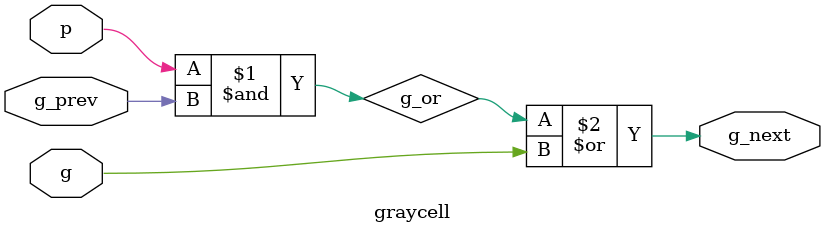
<source format=sv>
module graycell(input wire p, g, g_prev,
                output wire g_next);
       // Generate
       wire g_or;
       and(g_or, p, g_prev);
       or(g_next, g_or, g);

endmodule


</source>
